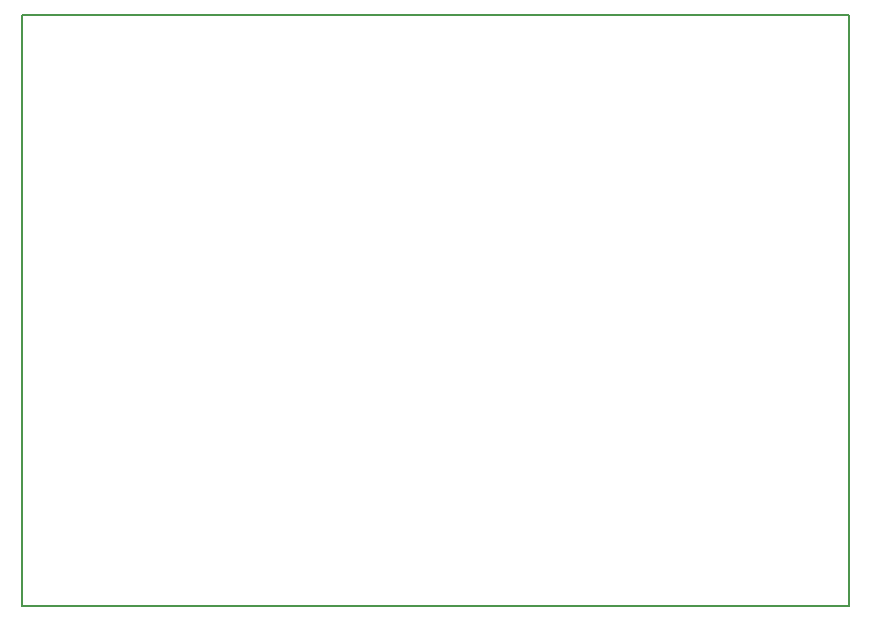
<source format=gbr>
G04 #@! TF.FileFunction,Profile,NP*
%FSLAX46Y46*%
G04 Gerber Fmt 4.6, Leading zero omitted, Abs format (unit mm)*
G04 Created by KiCad (PCBNEW 4.0.6-e0-6349~53~ubuntu16.04.1) date Sat Jul 15 19:45:57 2017*
%MOMM*%
%LPD*%
G01*
G04 APERTURE LIST*
%ADD10C,0.100000*%
%ADD11C,0.200000*%
G04 APERTURE END LIST*
D10*
D11*
X50000000Y-100000000D02*
X50000000Y-50000000D01*
X120000000Y-100000000D02*
X50000000Y-100000000D01*
X120000000Y-50000000D02*
X120000000Y-100000000D01*
X50000000Y-50000000D02*
X120000000Y-50000000D01*
M02*

</source>
